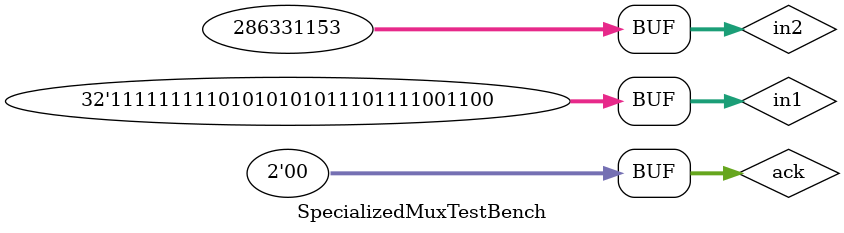
<source format=v>
`timescale 1ns / 1ps


module SpecializedMuxTestBench;

	// Inputs
	reg [31:0] in1;
	reg [31:0] in2;
	reg [1:0] ack;

	// Outputs
	wire [31:0] out;
	
	//wire [(4 * 32) - 1 : 0] bus;
	//assign bus = uut.muxInstance.connect_bus;

	// Instantiate the Unit Under Test (UUT)
	SpecializedMux uut (
		.out(out), 
		.in1(in1), 
		.in2(in2), 
		.ack(ack)
	);

	initial begin
		// Initialize Inputs
		in1 = 0;
		in2 = 0;
		ack = 2'b10;

		// Wait 100 ns for global reset to finish		
		in1 = 32'hFFAABBCC;
		in2 = 32'h11111111;
		
		#100 ack = 2'b01;
		#100 ack = 2'b00;
		
        
		// Add stimulus here

	end
      
endmodule


</source>
